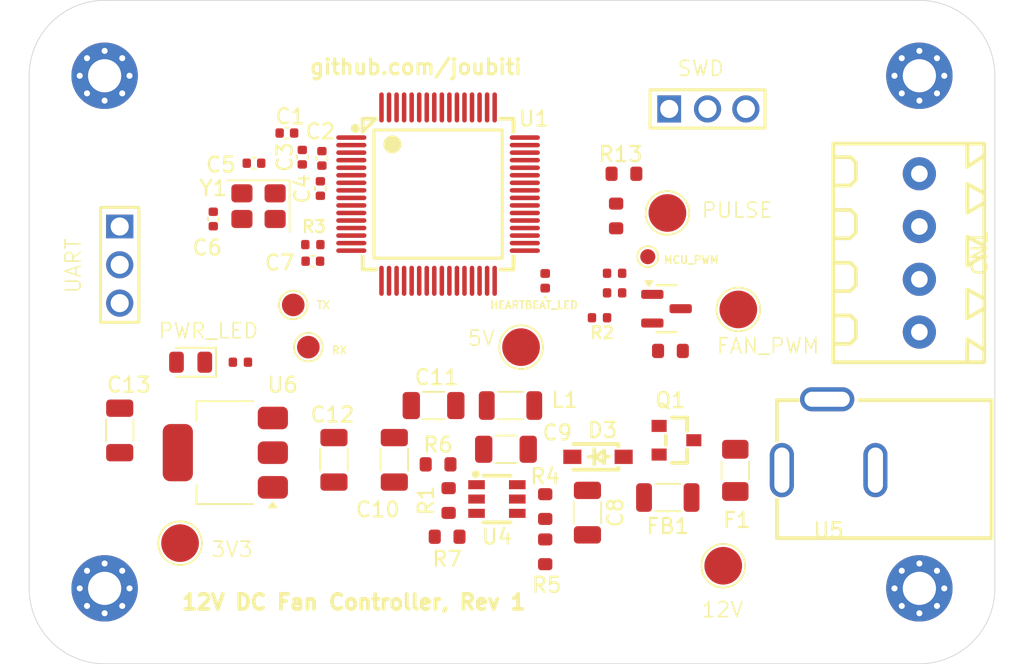
<source format=kicad_pcb>
(kicad_pcb (version 20241229) (generator "pcbnew") (generator_version "9.0")
  (layers (0 "F.Cu" signal) (2 "B.Cu" signal) (13 "F.Paste" user) (15 "B.Paste" user) (5 "F.SilkS" user "F.Silkscreen") (7 "B.SilkS" user "B.Silkscreen") (1 "F.Mask" user) (3 "B.Mask" user) (25 "Edge.Cuts" user))
  (net 0 "")
  (net 1 "VSS")
  (net 2 "OSC_IN")
  (net 3 "OSC_OUT")
  (net 4 "NRST")
  (net 5 "BUCK_IN")
  (net 6 "BUCK_BST")
  (net 7 "BUCK_SW")
  (net 8 "+5V")
  (net 9 "FAN_PWM_INPUT")
  (net 10 "FAN_PULSE_IN")
  (net 11 "+12V")
  (net 12 "Net-(D1-K)")
  (net 13 "HEARTBEAT_LED")
  (net 14 "Net-(D2-K)")
  (net 15 "Net-(Q1-D)")
  (net 16 "Net-(Q1-S)")
  (net 17 "Net-(Q2-G)")
  (net 18 "BUCK_FB")
  (net 19 "Net-(R1-Pad1)")
  (net 20 "BUCK_EN")
  (net 21 "MCU_PWM_OUTPUT")
  (net 22 "UART1_TX")
  (net 23 "UART1_RX")
  (net 49 "SWDIO")
  (net 50 "VREF")
  (net 52 "SWCLK")
  (net 77 "VDD")
  (footprint "Fuse:Fuse_1206_3216Metric" (layer "F.Cu") (at 170.8 89.175 90)
    (property "Reference" "F1" (at -3.3 0.1 180) (layer "F.SilkS"))
    (property "Value" "500mA")
    (fp_line (start -0.602064 -0.91) (end 0.602064 -0.91) (stroke (width 0.12)) (layer "F.SilkS"))
    (fp_line (start -0.602064 0.91) (end 0.602064 0.91) (stroke (width 0.12)) (layer "F.SilkS"))
    (pad "1" smd roundrect (at -1.4 0 90) (size 1.25 1.75) (layers "F.Cu" "F.Mask" "F.Paste") (roundrect_rratio 0.2) (net 11 "+12V"))
    (pad "2" smd roundrect (at 1.4 0 90) (size 1.25 1.75) (layers "F.Cu" "F.Mask" "F.Paste") (roundrect_rratio 0.2) (net 15 "Net-(Q1-D)"))
  )
  (footprint "Capacitor_SMD:C_1206_3216Metric" (layer "F.Cu") (at 161 91.975 -90)
    (property "Reference" "C8" (at 0 -1.85 90) (layer "F.SilkS"))
    (property "Value" "10u")
    (fp_line (start -0.711252 0.91) (end 0.711252 0.91) (stroke (width 0.12)) (layer "F.SilkS"))
    (fp_line (start -0.711252 -0.91) (end 0.711252 -0.91) (stroke (width 0.12)) (layer "F.SilkS"))
    (pad "1" smd roundrect (at -1.475 0 270) (size 1.15 1.8) (layers "F.Cu" "F.Mask" "F.Paste") (roundrect_rratio 0.217391) (net 5 "BUCK_IN"))
    (pad "2" smd roundrect (at 1.475 0 270) (size 1.15 1.8) (layers "F.Cu" "F.Mask" "F.Paste") (roundrect_rratio 0.217391) (net 1 "VSS"))
  )
  (footprint "TestPoint:TestPoint_Pad_D2.5mm" (layer "F.Cu") (at 170 95.5)
    (property "Reference" "TP1")
    (property "Value" "TestPoint")
    (fp_circle (center 0 0) (end 0 1.45) (stroke (width 0.12)) (fill no) (layer "F.SilkS"))
    (pad "1" smd circle (at 0 0) (size 2.5 2.5) (layers "F.Cu" "F.Mask") (net 11 "+12V"))
  )
  (footprint "LED_SMD:LED_0402_1005Metric" (layer "F.Cu") (at 158.2 76.6 90)
    (property "Reference" "D2")
    (property "Value" "LED")
    (fp_circle (center -1.09 0) (end -1.04 0) (stroke (width 0.1)) (fill no) (layer "F.SilkS"))
    (pad "1" smd roundrect (at -0.485 0 90) (size 0.59 0.64) (layers "F.Cu" "F.Mask" "F.Paste") (net 14 "Net-(D2-K)"))
    (pad "2" smd roundrect (at 0.485 0 90) (size 0.59 0.64) (layers "F.Cu" "F.Mask" "F.Paste") (net 13 "HEARTBEAT_LED"))
  )
  (footprint "PCM_JLCPCB:R_0603" (layer "F.Cu") (at 162.9 72.3 -90)
    (property "Reference" "R9" (hide yes))
    (property "Value" "10k")
    (pad "1" smd roundrect (at -0.82 0 270) (size 0.8 0.95) (layers "F.Cu" "F.Mask" "F.Paste") (net 77 "VDD"))
    (pad "2" smd roundrect (at 0.82 0 270) (size 0.8 0.95) (layers "F.Cu" "F.Mask" "F.Paste") (net 10 "FAN_PULSE_IN"))
  )
  (footprint "MountingHole:MountingHole_2.2mm_M2_Pad_Via" (layer "F.Cu") (at 183 63)
    (property "Reference" "H2")
    (property "Value" "MountingHole_Pad")
    (pad "1" thru_hole circle (at -1.65 0) (size 0.7 0.7) (drill 0.4) (layers "*.Cu" "*.Mask") (net 1 "VSS"))
    (pad "1" thru_hole circle (at -1.166726 -1.166726) (size 0.7 0.7) (drill 0.4) (layers "*.Cu" "*.Mask") (net 1 "VSS"))
    (pad "1" thru_hole circle (at -1.166726 1.166726) (size 0.7 0.7) (drill 0.4) (layers "*.Cu" "*.Mask") (net 1 "VSS"))
    (pad "1" thru_hole circle (at 0 -1.65) (size 0.7 0.7) (drill 0.4) (layers "*.Cu" "*.Mask") (net 1 "VSS"))
    (pad "1" thru_hole circle (at 0 0) (size 4.4 4.4) (drill 2.2) (layers "*.Cu" "*.Mask") (net 1 "VSS"))
    (pad "1" thru_hole circle (at 0 1.65) (size 0.7 0.7) (drill 0.4) (layers "*.Cu" "*.Mask") (net 1 "VSS"))
    (pad "1" thru_hole circle (at 1.166726 -1.166726) (size 0.7 0.7) (drill 0.4) (layers "*.Cu" "*.Mask") (net 1 "VSS"))
    (pad "1" thru_hole circle (at 1.166726 1.166726) (size 0.7 0.7) (drill 0.4) (layers "*.Cu" "*.Mask") (net 1 "VSS"))
    (pad "1" thru_hole circle (at 1.65 0) (size 0.7 0.7) (drill 0.4) (layers "*.Cu" "*.Mask") (net 1 "VSS"))
  )
  (footprint "TestPoint:TestPoint_Pad_D1.5mm" (layer "F.Cu") (at 141.5 78.2)
    (property "Reference" "TP7")
    (property "Value" "TestPoint")
    (fp_circle (center 0 0) (end 0 0.95) (stroke (width 0.12)) (fill no) (layer "F.SilkS"))
    (pad "1" smd circle (at 0 0) (size 1.5 1.5) (layers "F.Cu" "F.Mask") (net 22 "UART1_TX"))
  )
  (footprint "TestPoint:TestPoint_Pad_D1.0mm" (layer "F.Cu") (at 165 75)
    (property "Reference" "TP4")
    (property "Value" "TestPoint")
    (fp_circle (center 0 0) (end 0 0.7) (stroke (width 0.12)) (fill no) (layer "F.SilkS"))
    (pad "1" smd circle (at 0 0) (size 1 1) (layers "F.Cu" "F.Mask") (net 21 "MCU_PWM_OUTPUT"))
  )
  (footprint "easyeda2kicad:CONN-TH_4P-P3.50_DIBO_DB127S-3.5-4P-GN" (layer "F.Cu") (at 183 74.75 -90)
    (property "Reference" "CN1" (at 0 -4 90) (layer "F.SilkS"))
    (property "Value" "DB127S-3.5-4P-GN")
    (fp_line (start -6.35 5.71) (end -6.35 4.59) (stroke (width 0.25)) (layer "F.SilkS"))
    (fp_line (start -2.85 5.71) (end -2.85 4.59) (stroke (width 0.25)) (layer "F.SilkS"))
    (fp_line (start 0.65 5.71) (end 0.65 4.59) (stroke (width 0.25)) (layer "F.SilkS"))
    (fp_line (start 4.15 5.71) (end 4.15 4.59) (stroke (width 0.25)) (layer "F.SilkS"))
    (fp_line (start -7.25 5.7) (end 7.25 5.7) (stroke (width 0.25)) (layer "F.SilkS"))
    (fp_line (start 7.25 5.7) (end 7.25 -4.3) (stroke (width 0.25)) (layer "F.SilkS"))
    (fp_line (start -6.35 4.59) (end -6.35 4.56) (stroke (width 0.25)) (layer "F.SilkS"))
    (fp_line (start -4.47 4.59) (end -4.47 5.71) (stroke (width 0.25)) (layer "F.SilkS"))
    (fp_line (start -2.85 4.59) (end -2.85 4.56) (stroke (width 0.25)) (layer "F.SilkS"))
    (fp_line (start -0.97 4.59) (end -0.97 5.71) (stroke (width 0.25)) (layer "F.SilkS"))
    (fp_line (start 0.65 4.59) (end 0.65 4.56) (stroke (width 0.25)) (layer "F.SilkS"))
    (fp_line (start 2.53 4.59) (end 2.53 5.71) (stroke (width 0.25)) (layer "F.SilkS"))
    (fp_line (start 4.15 4.59) (end 4.15 4.56) (stroke (width 0.25)) (layer "F.SilkS"))
    (fp_line (start 6.03 4.59) (end 6.03 5.71) (stroke (width 0.25)) (layer "F.SilkS"))
    (fp_line (start -6.35 4.56) (end -5.99 4.21) (stroke (width 0.25)) (layer "F.SilkS"))
    (fp_line (start -2.85 4.56) (end -2.49 4.21) (stroke (width 0.25)) (layer "F.SilkS"))
    (fp_line (start 0.65 4.56) (end 1.01 4.21) (stroke (width 0.25)) (layer "F.SilkS"))
    (fp_line (start 4.15 4.56) (end 4.51 4.21) (stroke (width 0.25)) (layer "F.SilkS"))
    (fp_line (start -5.99 4.21) (end -4.85 4.21) (stroke (width 0.25)) (layer "F.SilkS"))
    (fp_line (start -4.85 4.21) (end -4.47 4.59) (stroke (width 0.25)) (layer "F.SilkS"))
    (fp_line (start -2.49 4.21) (end -1.35 4.21) (stroke (width 0.25)) (layer "F.SilkS"))
    (fp_line (start -1.35 4.21) (end -0.97 4.59) (stroke (width 0.25)) (layer "F.SilkS"))
    (fp_line (start 1.01 4.21) (end 2.15 4.21) (stroke (width 0.25)) (layer "F.SilkS"))
    (fp_line (start 2.15 4.21) (end 2.53 4.59) (stroke (width 0.25)) (layer "F.SilkS"))
    (fp_line (start 4.51 4.21) (end 5.65 4.21) (stroke (width 0.25)) (layer "F.SilkS"))
    (fp_line (start 5.65 4.21) (end 6.03 4.59) (stroke (width 0.25)) (layer "F.SilkS"))
    (fp_line (start -5.71 -3.18) (end -7.25 -3.18) (stroke (width 0.25)) (layer "F.SilkS"))
    (fp_line (start -4.57 -3.18) (end -2.67 -3.18) (stroke (width 0.25)) (layer "F.SilkS"))
    (fp_line (start -2.67 -3.18) (end -3.33 -4.3) (stroke (width 0.25)) (layer "F.SilkS"))
    (fp_line (start -1.07 -3.18) (end 0.83 -3.18) (stroke (width 0.25)) (layer "F.SilkS"))
    (fp_line (start 0.83 -3.18) (end 0.17 -4.3) (stroke (width 0.25)) (layer "F.SilkS"))
    (fp_line (start 2.43 -3.18) (end 4.33 -3.18) (stroke (width 0.25)) (layer "F.SilkS"))
    (fp_line (start 4.33 -3.18) (end 3.67 -4.3) (stroke (width 0.25)) (layer "F.SilkS"))
    (fp_line (start 5.72 -3.18) (end 7.25 -3.16) (stroke (width 0.25)) (layer "F.SilkS"))
    (fp_line (start -7.25 -4.3) (end -7.25 5.7) (stroke (width 0.25)) (layer "F.SilkS"))
    (fp_line (start -7.25 -4.3) (end 7.25 -4.3) (stroke (width 0.25)) (layer "F.SilkS"))
    (fp_line (start -6.54 -4.3) (end -6.46 -4.3) (stroke (width 0.25)) (layer "F.SilkS"))
    (fp_line (start -6.46 -4.3) (end -5.71 -3.18) (stroke (width 0.25)) (layer "F.SilkS"))
    (fp_line (start -3.96 -4.3) (end -4.57 -3.18) (stroke (width 0.25)) (layer "F.SilkS"))
    (fp_line (start -0.46 -4.3) (end -1.07 -3.18) (stroke (width 0.25)) (layer "F.SilkS"))
    (fp_line (start 3.04 -4.3) (end 2.43 -3.18) (stroke (width 0.25)) (layer "F.SilkS"))
    (fp_line (start 6.46 -4.3) (end 5.72 -3.18) (stroke (width 0.25)) (layer "F.SilkS"))
    (pad "1" thru_hole circle (at -5.25 0 270) (size 2.2 2.2) (drill 1.100023) (layers "*.Cu" "*.Mask") (net 10 "FAN_PULSE_IN"))
    (pad "2" thru_hole circle (at -1.75 0 270) (size 2.2 2.2) (drill 1.100023) (layers "*.Cu" "*.Mask") (net 9 "FAN_PWM_INPUT"))
    (pad "3" thru_hole circle (at 1.75 0 270) (size 2.2 2.2) (drill 1.100023) (layers "*.Cu" "*.Mask") (net 1 "VSS"))
    (pad "4" thru_hole circle (at 5.25 0 270) (size 2.2 2.2) (drill 1.100023) (layers "*.Cu" "*.Mask") (net 11 "+12V"))
  )
  (footprint "Capacitor_SMD:C_1206_3216Metric" (layer "F.Cu") (at 130 86.525 90)
    (property "Reference" "C13" (at 3.025 0.6 180) (layer "F.SilkS"))
    (property "Value" "10u")
    (fp_line (start -0.711252 -0.91) (end 0.711252 -0.91) (stroke (width 0.12)) (layer "F.SilkS"))
    (fp_line (start -0.711252 0.91) (end 0.711252 0.91) (stroke (width 0.12)) (layer "F.SilkS"))
    (pad "1" smd roundrect (at -1.475 0 90) (size 1.15 1.8) (layers "F.Cu" "F.Mask" "F.Paste") (roundrect_rratio 0.217391) (net 77 "VDD"))
    (pad "2" smd roundrect (at 1.475 0 90) (size 1.15 1.8) (layers "F.Cu" "F.Mask" "F.Paste") (roundrect_rratio 0.217391) (net 1 "VSS"))
  )
  (footprint "PCM_JLCPCB:R_0402" (layer "F.Cu") (at 161.8 79.05)
    (property "Reference" "R2" (at -0.7 1 0) (layer "F.SilkS") (effects (font (size 0.8 0.8)) (justify left)))
    (property "Value" "1k" (hide yes))
    (pad "1" smd roundrect (at -0.5 0) (size 0.56 0.62) (layers "F.Cu" "F.Mask" "F.Paste") (net 14 "Net-(D2-K)"))
    (pad "2" smd roundrect (at 0.5 0) (size 0.56 0.62) (layers "F.Cu" "F.Mask" "F.Paste") (net 1 "VSS"))
  )
  (footprint "Capacitor_SMD:C_0402_1005Metric" (layer "F.Cu") (at 143.4 68.48 90)
    (property "Reference" "C2" (at 1.78 -0.1 180) (layer "F.SilkS"))
    (property "Value" "100n")
    (fp_line (start -0.107836 -0.36) (end 0.107836 -0.36) (stroke (width 0.12)) (layer "F.SilkS"))
    (fp_line (start -0.107836 0.36) (end 0.107836 0.36) (stroke (width 0.12)) (layer "F.SilkS"))
    (pad "1" smd roundrect (at -0.48 0 90) (size 0.56 0.62) (layers "F.Cu" "F.Mask" "F.Paste") (net 77 "VDD"))
    (pad "2" smd roundrect (at 0.48 0 90) (size 0.56 0.62) (layers "F.Cu" "F.Mask" "F.Paste") (net 1 "VSS"))
  )
  (footprint "easyeda2kicad:SOT-23_L2.9-W1.3-P1.90-LS2.4-BR" (layer "F.Cu") (at 166.9 87.175 180)
    (property "Reference" "Q1" (at 0.4 2.65 0) (layer "F.SilkS"))
    (property "Value" "AO3401A")
    (fp_line (start 0.7 0.31) (end 0.7 -0.32) (stroke (width 0.25)) (layer "F.SilkS"))
    (fp_line (start -0.7 1.5) (end 0.3 1.5) (stroke (width 0.25)) (layer "F.SilkS"))
    (fp_line (start -0.7 1.5) (end -0.7 0.63) (stroke (width 0.25)) (layer "F.SilkS"))
    (fp_line (start -0.7 -0.64) (end -0.7 -1.5) (stroke (width 0.25)) (layer "F.SilkS"))
    (fp_line (start -0.7 -1.5) (end 0.3 -1.5) (stroke (width 0.25)) (layer "F.SilkS"))
    (pad "1" smd rect (at 1.15 0.95) (size 1 0.8) (layers "F.Cu" "F.Mask" "F.Paste") (net 1 "VSS"))
    (pad "2" smd rect (at 1.15 -0.95) (size 1 0.8) (layers "F.Cu" "F.Mask" "F.Paste") (net 16 "Net-(Q1-S)"))
    (pad "3" smd rect (at -1.15 0) (size 1 0.8) (layers "F.Cu" "F.Mask" "F.Paste") (net 15 "Net-(Q1-D)"))
  )
  (footprint "easyeda2kicad:LQFP-64_L10.0-W10.0-P0.50-LS12.0-BL" (layer "F.Cu") (at 151.1 70.85 -90)
    (property "Reference" "U1" (at -5 -6.35 180) (layer "F.SilkS"))
    (property "Value" "STM32G070RBT6")
    (fp_line (start -5 5) (end -5 4.13) (stroke (width 0.25)) (layer "F.SilkS"))
    (fp_line (start -4.13 5) (end -5 5) (stroke (width 0.25)) (layer "F.SilkS"))
    (fp_line (start 5 5) (end 4.13 5) (stroke (width 0.25)) (layer "F.SilkS"))
    (fp_line (start -4.25 4.25) (end 4.25 4.25) (stroke (width 0.2)) (layer "F.SilkS"))
    (fp_line (start 4.25 4.25) (end 4.25 -4.25) (stroke (width 0.2)) (layer "F.SilkS"))
    (fp_line (start -5 4.13) (end -4.13 5) (stroke (width 0.25)) (layer "F.SilkS"))
    (fp_line (start -5 4.13) (end -5 4.13) (stroke (width 0.25)) (layer "F.SilkS"))
    (fp_line (start 5 4.13) (end 5 5) (stroke (width 0.25)) (layer "F.SilkS"))
    (fp_line (start -5 -4.13) (end -5 -5) (stroke (width 0.25)) (layer "F.SilkS"))
    (fp_line (start -4.25 -4.25) (end -4.25 4.25) (stroke (width 0.2)) (layer "F.SilkS"))
    (fp_line (start 4.25 -4.25) (end -4.25 -4.25) (stroke (width 0.2)) (layer "F.SilkS"))
    (fp_line (start -5 -5) (end -4.13 -5) (stroke (width 0.25)) (layer "F.SilkS"))
    (fp_line (start 5 -5) (end 5 -4.13) (stroke (width 0.25)) (layer "F.SilkS"))
    (fp_line (start 5 -5) (end 4.13 -5) (stroke (width 0.25)) (layer "F.SilkS"))
    (fp_arc (start -4.36 5.49) (mid -4.36 5.49) (end -4.36 5.49) (stroke (width 0.3)) (layer "F.SilkS"))
    (fp_arc (start -3.3 3.03) (mid -3.3 3.03) (end -3.3 3.03) (stroke (width 0.6)) (layer "F.SilkS"))
    (pad "1" smd oval (at -3.75 5.75 270) (size 0.3 2) (layers "F.Cu" "F.Mask" "F.Paste"))
    (pad "2" smd oval (at -3.25 5.75 270) (size 0.3 2) (layers "F.Cu" "F.Mask" "F.Paste"))
    (pad "3" smd oval (at -2.75 5.75 270) (size 0.3 2) (layers "F.Cu" "F.Mask" "F.Paste"))
    (pad "4" smd oval (at -2.25 5.75 270) (size 0.3 2) (layers "F.Cu" "F.Mask" "F.Paste"))
    (pad "5" smd oval (at -1.75 5.75 270) (size 0.3 2) (layers "F.Cu" "F.Mask" "F.Paste"))
    (pad "6" smd oval (at -1.25 5.75 270) (size 0.3 2) (layers "F.Cu" "F.Mask" "F.Paste") (net 77 "VDD"))
    (pad "7" smd oval (at -0.75 5.75 270) (size 0.3 2) (layers "F.Cu" "F.Mask" "F.Paste") (net 50 "VREF"))
    (pad "8" smd oval (at -0.25 5.75 270) (size 0.3 2) (layers "F.Cu" "F.Mask" "F.Paste") (net 77 "VDD"))
    (pad "9" smd oval (at 0.25 5.75 270) (size 0.3 2) (layers "F.Cu" "F.Mask" "F.Paste") (net 1 "VSS"))
    (pad "10" smd oval (at 0.75 5.75 270) (size 0.3 2) (layers "F.Cu" "F.Mask" "F.Paste") (net 2 "OSC_IN"))
    (pad "11" smd oval (at 1.25 5.75 270) (size 0.3 2) (layers "F.Cu" "F.Mask" "F.Paste") (net 3 "OSC_OUT"))
    (pad "12" smd oval (at 1.75 5.75 270) (size 0.3 2) (layers "F.Cu" "F.Mask" "F.Paste") (net 4 "NRST"))
    (pad "13" smd oval (at 2.25 5.75 270) (size 0.3 2) (layers "F.Cu" "F.Mask" "F.Paste"))
    (pad "14" smd oval (at 2.75 5.75 270) (size 0.3 2) (layers "F.Cu" "F.Mask" "F.Paste"))
    (pad "15" smd oval (at 3.25 5.75 270) (size 0.3 2) (layers "F.Cu" "F.Mask" "F.Paste"))
    (pad "16" smd oval (at 3.75 5.75 270) (size 0.3 2) (layers "F.Cu" "F.Mask" "F.Paste"))
    (pad "17" smd oval (at 5.75 3.75 270) (size 2 0.3) (layers "F.Cu" "F.Mask" "F.Paste"))
    (pad "18" smd oval (at 5.75 3.25 270) (size 2 0.3) (layers "F.Cu" "F.Mask" "F.Paste"))
    (pad "19" smd oval (at 5.75 2.75 270) (size 2 0.3) (layers "F.Cu" "F.Mask" "F.Paste"))
    (pad "20" smd oval (at 5.75 2.25 270) (size 2 0.3) (layers "F.Cu" "F.Mask" "F.Paste"))
    (pad "21" smd oval (at 5.75 1.75 270) (size 2 0.3) (layers "F.Cu" "F.Mask" "F.Paste"))
    (pad "22" smd oval (at 5.75 1.25 270) (size 2 0.3) (layers "F.Cu" "F.Mask" "F.Paste"))
    (pad "23" smd oval (at 5.75 0.75 270) (size 2 0.3) (layers "F.Cu" "F.Mask" "F.Paste"))
    (pad "24" smd oval (at 5.75 0.25 270) (size 2 0.3) (layers "F.Cu" "F.Mask" "F.Paste"))
    (pad "25" smd oval (at 5.75 -0.25 270) (size 2 0.3) (layers "F.Cu" "F.Mask" "F.Paste") (net 22 "UART1_TX"))
    (pad "26" smd oval (at 5.75 -0.75 270) (size 2 0.3) (layers "F.Cu" "F.Mask" "F.Paste") (net 23 "UART1_RX"))
    (pad "27" smd oval (at 5.75 -1.25 270) (size 2 0.3) (layers "F.Cu" "F.Mask" "F.Paste"))
    (pad "28" smd oval (at 5.75 -1.75 270) (size 2 0.3) (layers "F.Cu" "F.Mask" "F.Paste"))
    (pad "29" smd oval (at 5.75 -2.25 270) (size 2 0.3) (layers "F.Cu" "F.Mask" "F.Paste"))
    (pad "30" smd oval (at 5.75 -2.75 270) (size 2 0.3) (layers "F.Cu" "F.Mask" "F.Paste"))
    (pad "31" smd oval (at 5.75 -3.25 270) (size 2 0.3) (layers "F.Cu" "F.Mask" "F.Paste"))
    (pad "32" smd oval (at 5.75 -3.75 270) (size 2 0.3) (layers "F.Cu" "F.Mask" "F.Paste"))
    (pad "33" smd oval (at 3.75 -5.75 270) (size 0.3 2) (layers "F.Cu" "F.Mask" "F.Paste") (net 13 "HEARTBEAT_LED"))
    (pad "34" smd oval (at 3.25 -5.75 270) (size 0.3 2) (layers "F.Cu" "F.Mask" "F.Paste"))
    (pad "35" smd oval (at 2.75 -5.75 270) (size 0.3 2) (layers "F.Cu" "F.Mask" "F.Paste"))
    (pad "36" smd oval (at 2.25 -5.75 270) (size 0.3 2) (layers "F.Cu" "F.Mask" "F.Paste") (net 21 "MCU_PWM_OUTPUT"))
    (pad "37" smd oval (at 1.75 -5.75 270) (size 0.3 2) (layers "F.Cu" "F.Mask" "F.Paste"))
    (pad "38" smd oval (at 1.25 -5.75 270) (size 0.3 2) (layers "F.Cu" "F.Mask" "F.Paste"))
    (pad "39" smd oval (at 0.75 -5.75 270) (size 0.3 2) (layers "F.Cu" "F.Mask" "F.Paste"))
    (pad "40" smd oval (at 0.25 -5.75 270) (size 0.3 2) (layers "F.Cu" "F.Mask" "F.Paste"))
    (pad "41" smd oval (at -0.25 -5.75 270) (size 0.3 2) (layers "F.Cu" "F.Mask" "F.Paste") (net 10 "FAN_PULSE_IN"))
    (pad "42" smd oval (at -0.75 -5.75 270) (size 0.3 2) (layers "F.Cu" "F.Mask" "F.Paste"))
    (pad "43" smd oval (at -1.25 -5.75 270) (size 0.3 2) (layers "F.Cu" "F.Mask" "F.Paste"))
    (pad "44" smd oval (at -1.75 -5.75 270) (size 0.3 2) (layers "F.Cu" "F.Mask" "F.Paste"))
    (pad "45" smd oval (at -2.25 -5.75 270) (size 0.3 2) (layers "F.Cu" "F.Mask" "F.Paste") (net 49 "SWDIO"))
    (pad "46" smd oval (at -2.75 -5.75 270) (size 0.3 2) (layers "F.Cu" "F.Mask" "F.Paste") (net 52 "SWCLK"))
    (pad "47" smd oval (at -3.25 -5.75 270) (size 0.3 2) (layers "F.Cu" "F.Mask" "F.Paste"))
    (pad "48" smd oval (at -3.75 -5.75 270) (size 0.3 2) (layers "F.Cu" "F.Mask" "F.Paste"))
    (pad "49" smd oval (at -5.75 -3.75 270) (size 2 0.3) (layers "F.Cu" "F.Mask" "F.Paste"))
    (pad "50" smd oval (at -5.75 -3.25 270) (size 2 0.3) (layers "F.Cu" "F.Mask" "F.Paste"))
    (pad "51" smd oval (at -5.75 -2.75 270) (size 2 0.3) (layers "F.Cu" "F.Mask" "F.Paste"))
    (pad "52" smd oval (at -5.75 -2.25 270) (size 2 0.3) (layers "F.Cu" "F.Mask" "F.Paste"))
    (pad "53" smd oval (at -5.75 -1.75 270) (size 2 0.3) (layers "F.Cu" "F.Mask" "F.Paste"))
    (pad "54" smd oval (at -5.75 -1.25 270) (size 2 0.3) (layers "F.Cu" "F.Mask" "F.Paste"))
    (pad "55" smd oval (at -5.75 -0.75 270) (size 2 0.3) (layers "F.Cu" "F.Mask" "F.Paste"))
    (pad "56" smd oval (at -5.75 -0.25 270) (size 2 0.3) (layers "F.Cu" "F.Mask" "F.Paste"))
    (pad "57" smd oval (at -5.75 0.25 270) (size 2 0.3) (layers "F.Cu" "F.Mask" "F.Paste"))
    (pad "58" smd oval (at -5.75 0.75 270) (size 2 0.3) (layers "F.Cu" "F.Mask" "F.Paste"))
    (pad "59" smd oval (at -5.75 1.25 270) (size 2 0.3) (layers "F.Cu" "F.Mask" "F.Paste"))
    (pad "60" smd oval (at -5.75 1.75 270) (size 2 0.3) (layers "F.Cu" "F.Mask" "F.Paste"))
    (pad "61" smd oval (at -5.75 2.25 270) (size 2 0.3) (layers "F.Cu" "F.Mask" "F.Paste"))
    (pad "62" smd oval (at -5.75 2.75 270) (size 2 0.3) (layers "F.Cu" "F.Mask" "F.Paste"))
    (pad "63" smd oval (at -5.75 3.25 270) (size 2 0.3) (layers "F.Cu" "F.Mask" "F.Paste"))
    (pad "64" smd oval (at -5.75 3.75 270) (size 2 0.3) (layers "F.Cu" "F.Mask" "F.Paste"))
  )
  (footprint "PCM_JLCPCB:R_0402" (layer "F.Cu") (at 142.8 74.2)
    (property "Reference" "R3" (at -0.8 -1.2 180) (layer "F.SilkS") (effects (font (size 0.8 0.8)) (justify left)))
    (property "Value" "10k" (hide yes))
    (pad "1" smd roundrect (at -0.5 0) (size 0.56 0.62) (layers "F.Cu" "F.Mask" "F.Paste") (net 77 "VDD"))
    (pad "2" smd roundrect (at 0.5 0) (size 0.56 0.62) (layers "F.Cu" "F.Mask" "F.Paste") (net 4 "NRST"))
  )
  (footprint "PCM_JLCPCB:R_0603" (layer "F.Cu") (at 158.2 94.575 -90)
    (property "Reference" "R5" (at 2.2 -0.1 180) (layer "F.SilkS"))
    (property "Value" "40k")
    (pad "1" smd roundrect (at -0.82 0 270) (size 0.8 0.95) (layers "F.Cu" "F.Mask" "F.Paste") (net 20 "BUCK_EN"))
    (pad "2" smd roundrect (at 0.82 0 270) (size 0.8 0.95) (layers "F.Cu" "F.Mask" "F.Paste") (net 1 "VSS"))
  )
  (footprint "TestPoint:TestPoint_Pad_D2.5mm" (layer "F.Cu") (at 166.3 72.1)
    (property "Reference" "TP6")
    (property "Value" "TestPoint")
    (fp_circle (center 0 0) (end 0 1.45) (stroke (width 0.12)) (fill no) (layer "F.SilkS"))
    (pad "1" smd circle (at 0 0) (size 2.5 2.5) (layers "F.Cu" "F.Mask") (net 10 "FAN_PULSE_IN"))
  )
  (footprint "Capacitor_SMD:C_1206_3216Metric" (layer "F.Cu") (at 144.2 88.475 90)
    (property "Reference" "C12" (at 3 -0.1 180) (layer "F.SilkS"))
    (property "Value" "10u")
    (fp_line (start -0.711252 -0.91) (end 0.711252 -0.91) (stroke (width 0.12)) (layer "F.SilkS"))
    (fp_line (start -0.711252 0.91) (end 0.711252 0.91) (stroke (width 0.12)) (layer "F.SilkS"))
    (pad "1" smd roundrect (at -1.475 0 90) (size 1.15 1.8) (layers "F.Cu" "F.Mask" "F.Paste") (roundrect_rratio 0.217391) (net 8 "+5V"))
    (pad "2" smd roundrect (at 1.475 0 90) (size 1.15 1.8) (layers "F.Cu" "F.Mask" "F.Paste") (roundrect_rratio 0.217391) (net 1 "VSS"))
  )
  (footprint "MountingHole:MountingHole_2.2mm_M2_Pad_Via" (layer "F.Cu") (at 129 97)
    (property "Reference" "H3")
    (property "Value" "MountingHole_Pad")
    (pad "1" thru_hole circle (at -1.65 0) (size 0.7 0.7) (drill 0.4) (layers "*.Cu" "*.Mask") (net 1 "VSS"))
    (pad "1" thru_hole circle (at -1.166726 -1.166726) (size 0.7 0.7) (drill 0.4) (layers "*.Cu" "*.Mask") (net 1 "VSS"))
    (pad "1" thru_hole circle (at -1.166726 1.166726) (size 0.7 0.7) (drill 0.4) (layers "*.Cu" "*.Mask") (net 1 "VSS"))
    (pad "1" thru_hole circle (at 0 -1.65) (size 0.7 0.7) (drill 0.4) (layers "*.Cu" "*.Mask") (net 1 "VSS"))
    (pad "1" thru_hole circle (at 0 0) (size 4.4 4.4) (drill 2.2) (layers "*.Cu" "*.Mask") (net 1 "VSS"))
    (pad "1" thru_hole circle (at 0 1.65) (size 0.7 0.7) (drill 0.4) (layers "*.Cu" "*.Mask") (net 1 "VSS"))
    (pad "1" thru_hole circle (at 1.166726 -1.166726) (size 0.7 0.7) (drill 0.4) (layers "*.Cu" "*.Mask") (net 1 "VSS"))
    (pad "1" thru_hole circle (at 1.166726 1.166726) (size 0.7 0.7) (drill 0.4) (layers "*.Cu" "*.Mask") (net 1 "VSS"))
    (pad "1" thru_hole circle (at 1.65 0) (size 0.7 0.7) (drill 0.4) (layers "*.Cu" "*.Mask") (net 1 "VSS"))
  )
  (footprint "Capacitor_SMD:C_0402_1005Metric" (layer "F.Cu") (at 138.9 68.8 180)
    (property "Reference" "C5" (at 2.2 -0.1 0) (layer "F.SilkS"))
    (property "Value" "10p")
    (fp_line (start -0.107836 0.36) (end 0.107836 0.36) (stroke (width 0.12)) (layer "F.SilkS"))
    (fp_line (start -0.107836 -0.36) (end 0.107836 -0.36) (stroke (width 0.12)) (layer "F.SilkS"))
    (pad "1" smd roundrect (at -0.48 0 180) (size 0.56 0.62) (layers "F.Cu" "F.Mask" "F.Paste") (net 2 "OSC_IN"))
    (pad "2" smd roundrect (at 0.48 0 180) (size 0.56 0.62) (layers "F.Cu" "F.Mask" "F.Paste") (net 1 "VSS"))
  )
  (footprint "easyeda2kicad:SOD-123_L2.7-W1.6-LS3.7-RD-1" (layer "F.Cu") (at 161.7 88.275)
    (property "Reference" "D3" (at 0.3 -1.775 0) (layer "F.SilkS"))
    (property "Value" "B5819W_C8598")
    (fp_line (start -1.64 -0.85) (end -1.64 -0.85) (stroke (width 0.25)) (layer "F.SilkS"))
    (fp_line (start -1.64 0.85) (end -1.64 0.85) (stroke (width 0.25)) (layer "F.SilkS"))
    (fp_line (start -1.35 -0.85) (end -1.64 -0.85) (stroke (width 0.25)) (layer "F.SilkS"))
    (fp_line (start -1.35 -0.85) (end 1.35 -0.85) (stroke (width 0.25)) (layer "F.SilkS"))
    (fp_line (start -1.35 0.85) (end -1.64 0.85) (stroke (width 0.25)) (layer "F.SilkS"))
    (fp_line (start -0.28 0) (end -0.61 0) (stroke (width 0.25)) (layer "F.SilkS"))
    (fp_line (start -0.25 -0.51) (end -0.25 0.51) (stroke (width 0.25)) (layer "F.SilkS"))
    (fp_line (start -0.18 0) (end 0.41 -0.41) (stroke (width 0.25)) (layer "F.SilkS"))
    (fp_line (start 0.41 -0.41) (end 0.41 0.41) (stroke (width 0.25)) (layer "F.SilkS"))
    (fp_line (start 0.41 0) (end 0.72 0) (stroke (width 0.25)) (layer "F.SilkS"))
    (fp_line (start 0.41 0.41) (end -0.18 0) (stroke (width 0.25)) (layer "F.SilkS"))
    (fp_line (start 1.35 -0.85) (end 1.35 -0.71) (stroke (width 0.25)) (layer "F.SilkS"))
    (fp_line (start 1.35 0.71) (end 1.35 0.85) (stroke (width 0.25)) (layer "F.SilkS"))
    (fp_line (start 1.35 0.85) (end -1.35 0.85) (stroke (width 0.25)) (layer "F.SilkS"))
    (pad "1" smd rect (at -1.7 0) (size 1.2 0.95) (layers "F.Cu" "F.Mask" "F.Paste") (net 7 "BUCK_SW"))
    (pad "2" smd rect (at 1.7 0) (size 1.2 0.95) (layers "F.Cu" "F.Mask" "F.Paste") (net 1 "VSS"))
  )
  (footprint "PCM_JLCPCB:R_0402" (layer "F.Cu") (at 162.8 76.1)
    (property "Reference" "R11" (hide yes))
    (property "Value" "10k" (hide yes))
    (pad "1" smd roundrect (at -0.5 0) (size 0.56 0.62) (layers "F.Cu" "F.Mask" "F.Paste") (net 21 "MCU_PWM_OUTPUT"))
    (pad "2" smd roundrect (at 0.5 0) (size 0.56 0.62) (layers "F.Cu" "F.Mask" "F.Paste") (net 1 "VSS"))
  )
  (footprint "MountingHole:MountingHole_2.2mm_M2_Pad_Via" (layer "F.Cu") (at 183 97)
    (property "Reference" "H4")
    (property "Value" "MountingHole_Pad")
    (pad "1" thru_hole circle (at -1.65 0) (size 0.7 0.7) (drill 0.4) (layers "*.Cu" "*.Mask") (net 1 "VSS"))
    (pad "1" thru_hole circle (at -1.166726 -1.166726) (size 0.7 0.7) (drill 0.4) (layers "*.Cu" "*.Mask") (net 1 "VSS"))
    (pad "1" thru_hole circle (at -1.166726 1.166726) (size 0.7 0.7) (drill 0.4) (layers "*.Cu" "*.Mask") (net 1 "VSS"))
    (pad "1" thru_hole circle (at 0 -1.65) (size 0.7 0.7) (drill 0.4) (layers "*.Cu" "*.Mask") (net 1 "VSS"))
    (pad "1" thru_hole circle (at 0 0) (size 4.4 4.4) (drill 2.2) (layers "*.Cu" "*.Mask") (net 1 "VSS"))
    (pad "1" thru_hole circle (at 0 1.65) (size 0.7 0.7) (drill 0.4) (layers "*.Cu" "*.Mask") (net 1 "VSS"))
    (pad "1" thru_hole circle (at 1.166726 -1.166726) (size 0.7 0.7) (drill 0.4) (layers "*.Cu" "*.Mask") (net 1 "VSS"))
    (pad "1" thru_hole circle (at 1.166726 1.166726) (size 0.7 0.7) (drill 0.4) (layers "*.Cu" "*.Mask") (net 1 "VSS"))
    (pad "1" thru_hole circle (at 1.65 0) (size 0.7 0.7) (drill 0.4) (layers "*.Cu" "*.Mask") (net 1 "VSS"))
  )
  (footprint "TestPoint:TestPoint_Pad_D2.5mm" (layer "F.Cu") (at 134 94)
    (property "Reference" "TP3")
    (property "Value" "TestPoint")
    (fp_circle (center 0 0) (end 0 1.45) (stroke (width 0.12)) (fill no) (layer "F.SilkS"))
    (pad "1" smd circle (at 0 0) (size 2.5 2.5) (layers "F.Cu" "F.Mask") (net 77 "VDD"))
  )
  (footprint "PCM_JLCPCB:R_0603" (layer "F.Cu") (at 151.7 93.575)
    (property "Reference" "R7" (at 0 1.475 0) (layer "F.SilkS"))
    (property "Value" "10k")
    (pad "1" smd roundrect (at -0.82 0) (size 0.8 0.95) (layers "F.Cu" "F.Mask" "F.Paste") (net 18 "BUCK_FB"))
    (pad "2" smd roundrect (at 0.82 0) (size 0.8 0.95) (layers "F.Cu" "F.Mask" "F.Paste") (net 1 "VSS"))
  )
  (footprint "PCM_JLCPCB:R_0402" (layer "F.Cu") (at 138 82 180)
    (property "Reference" "R8" (hide yes))
    (property "Value" "1k" (hide yes))
    (pad "1" smd roundrect (at -0.5 0 180) (size 0.56 0.62) (layers "F.Cu" "F.Mask" "F.Paste") (net 1 "VSS"))
    (pad "2" smd roundrect (at 0.5 0 180) (size 0.56 0.62) (layers "F.Cu" "F.Mask" "F.Paste") (net 12 "Net-(D1-K)"))
  )
  (footprint "PCM_JLCPCB:R_0603" (layer "F.Cu") (at 158.2 91.575 -90)
    (property "Reference" "R4" (at -2 0 180) (layer "F.SilkS"))
    (property "Value" "120k")
    (pad "1" smd roundrect (at -0.82 0 270) (size 0.8 0.95) (layers "F.Cu" "F.Mask" "F.Paste") (net 5 "BUCK_IN"))
    (pad "2" smd roundrect (at 0.82 0 270) (size 0.8 0.95) (layers "F.Cu" "F.Mask" "F.Paste") (net 20 "BUCK_EN"))
  )
  (footprint "easyeda2kicad:DC-IN-TH_XDJK-0051-025" (layer "F.Cu") (at 176.9875 86.8075 180)
    (property "Reference" "U5" (at 0 -6.35 0) (layer "F.SilkS"))
    (property "Value" "XDJK-0051-025")
    (fp_line (start 3.43 2.29) (end 3.43 -0.41) (stroke (width 0.25)) (layer "F.SilkS"))
    (fp_line (start 3.43 -4.29) (end 3.43 -6.86) (stroke (width 0.25)) (layer "F.SilkS"))
    (fp_line (start 3.43 -6.86) (end -10.8 -6.86) (stroke (width 0.25)) (layer "F.SilkS"))
    (fp_line (start 2.03 2.29) (end 3.43 2.29) (stroke (width 0.25)) (layer "F.SilkS"))
    (fp_line (start -10.8 2.29) (end -2.03 2.29) (stroke (width 0.25)) (layer "F.SilkS"))
    (fp_line (start -10.8 -6.86) (end -10.8 2.29) (stroke (width 0.25)) (layer "F.SilkS"))
    (pad "1" thru_hole oval (at 3.1 -2.35 180) (size 1.6 3.6) (drill oval 0.999998 2.999994) (layers "*.Cu" "*.Mask") (net 11 "+12V"))
    (pad "2" thru_hole oval (at -3.1 -2.35) (size 1.6 3.6) (drill oval 0.999998 2.999994) (layers "*.Cu" "*.Mask") (net 1 "VSS"))
    (pad "3" thru_hole oval (at 0.1 2.35) (size 3.6 1.6) (drill oval 2.999994 0.999998) (layers "*.Cu" "*.Mask") (net 1 "VSS"))
  )
  (footprint "Capacitor_SMD:C_0402_1005Metric" (layer "F.Cu") (at 142.1 68.4 90)
    (property "Reference" "C3" (at 0 -1.16 90) (layer "F.SilkS"))
    (property "Value" "100n")
    (fp_line (start -0.107836 -0.36) (end 0.107836 -0.36) (stroke (width 0.12)) (layer "F.SilkS"))
    (fp_line (start -0.107836 0.36) (end 0.107836 0.36) (stroke (width 0.12)) (layer "F.SilkS"))
    (pad "1" smd roundrect (at -0.48 0 90) (size 0.56 0.62) (layers "F.Cu" "F.Mask" "F.Paste") (net 77 "VDD"))
    (pad "2" smd roundrect (at 0.48 0 90) (size 0.56 0.62) (layers "F.Cu" "F.Mask" "F.Paste") (net 1 "VSS"))
  )
  (footprint "PCM_JLCPCB:Q_SOT-23" (layer "F.Cu") (at 166.24 78.45)
    (property "Reference" "Q2" (hide yes))
    (property "Value" "AO3400A")
    (fp_line (start 0 -1.56) (end -0.65 -1.56) (stroke (width 0.15)) (layer "F.SilkS"))
    (fp_line (start 0 -1.56) (end 0.65 -1.56) (stroke (width 0.15)) (layer "F.SilkS"))
    (fp_line (start 0 1.56) (end -0.65 1.56) (stroke (width 0.15)) (layer "F.SilkS"))
    (fp_line (start 0 1.56) (end 0.65 1.56) (stroke (width 0.15)) (layer "F.SilkS"))
    (fp_poly (pts (xy -1.1625 -1.51) (xy -1.4025 -1.84) (xy -0.9225 -1.84) (xy -1.1625 -1.51)) (stroke (width 0.12)) (fill yes) (layer "F.SilkS"))
    (pad "1" smd roundrect (at -0.94 -0.95) (size 1.48 0.6) (layers "F.Cu" "F.Mask" "F.Paste") (net 17 "Net-(Q2-G)"))
    (pad "2" smd roundrect (at -0.94 0.95) (size 1.48 0.6) (layers "F.Cu" "F.Mask" "F.Paste") (net 1 "VSS"))
    (pad "3" smd roundrect (at 0.94 0) (size 1.48 0.6) (layers "F.Cu" "F.Mask" "F.Paste") (net 9 "FAN_PWM_INPUT"))
  )
  (footprint "PCM_JLCPCB:R_0402" (layer "F.Cu") (at 162.8 77.4)
    (property "Reference" "R12" (hide yes))
    (property "Value" "100" (hide yes))
    (pad "1" smd roundrect (at -0.5 0) (size 0.56 0.62) (layers "F.Cu" "F.Mask" "F.Paste") (net 21 "MCU_PWM_OUTPUT"))
    (pad "2" smd roundrect (at 0.5 0) (size 0.56 0.62) (layers "F.Cu" "F.Mask" "F.Paste") (net 17 "Net-(Q2-G)"))
  )
  (footprint "LED_SMD:LED_0805_2012Metric" (layer "F.Cu") (at 134.7 82 180)
    (property "Reference" "D1")
    (property "Value" "LED")
    (fp_line (start 1 -0.96) (end -1.685 -0.96) (stroke (width 0.12)) (layer "F.SilkS"))
    (fp_line (start -1.685 0.96) (end 1 0.96) (stroke (width 0.12)) (layer "F.SilkS"))
    (fp_line (start -1.685 -0.96) (end -1.685 0.96) (stroke (width 0.12)) (layer "F.SilkS"))
    (pad "1" smd roundrect (at -0.9375 0 180) (size 0.975 1.4) (layers "F.Cu" "F.Mask" "F.Paste") (net 12 "Net-(D1-K)"))
    (pad "2" smd roundrect (at 0.9375 0 180) (size 0.975 1.4) (layers "F.Cu" "F.Mask" "F.Paste") (net 77 "VDD"))
  )
  (footprint "Capacitor_SMD:C_1206_3216Metric" (layer "F.Cu") (at 148.2 88.475 90)
    (property "Reference" "C10" (at -3.3 -1.1 180) (layer "F.SilkS"))
    (property "Value" "10u")
    (fp_line (start -0.711252 -0.91) (end 0.711252 -0.91) (stroke (width 0.12)) (layer "F.SilkS"))
    (fp_line (start -0.711252 0.91) (end 0.711252 0.91) (stroke (width 0.12)) (layer "F.SilkS"))
    (pad "1" smd roundrect (at -1.475 0 90) (size 1.15 1.8) (layers "F.Cu" "F.Mask" "F.Paste") (roundrect_rratio 0.217391) (net 8 "+5V"))
    (pad "2" smd roundrect (at 1.475 0 90) (size 1.15 1.8) (layers "F.Cu" "F.Mask" "F.Paste") (roundrect_rratio 0.217391) (net 1 "VSS"))
  )
  (footprint "MountingHole:MountingHole_2.2mm_M2_Pad_Via" (layer "F.Cu") (at 129 63)
    (property "Reference" "H1")
    (property "Value" "MountingHole_Pad")
    (pad "1" thru_hole circle (at -1.65 0) (size 0.7 0.7) (drill 0.4) (layers "*.Cu" "*.Mask") (net 1 "VSS"))
    (pad "1" thru_hole circle (at -1.166726 -1.166726) (size 0.7 0.7) (drill 0.4) (layers "*.Cu" "*.Mask") (net 1 "VSS"))
    (pad "1" thru_hole circle (at -1.166726 1.166726) (size 0.7 0.7) (drill 0.4) (layers "*.Cu" "*.Mask") (net 1 "VSS"))
    (pad "1" thru_hole circle (at 0 -1.65) (size 0.7 0.7) (drill 0.4) (layers "*.Cu" "*.Mask") (net 1 "VSS"))
    (pad "1" thru_hole circle (at 0 0) (size 4.4 4.4) (drill 2.2) (layers "*.Cu" "*.Mask") (net 1 "VSS"))
    (pad "1" thru_hole circle (at 0 1.65) (size 0.7 0.7) (drill 0.4) (layers "*.Cu" "*.Mask") (net 1 "VSS"))
    (pad "1" thru_hole circle (at 1.166726 -1.166726) (size 0.7 0.7) (drill 0.4) (layers "*.Cu" "*.Mask") (net 1 "VSS"))
    (pad "1" thru_hole circle (at 1.166726 1.166726) (size 0.7 0.7) (drill 0.4) (layers "*.Cu" "*.Mask") (net 1 "VSS"))
    (pad "1" thru_hole circle (at 1.65 0) (size 0.7 0.7) (drill 0.4) (layers "*.Cu" "*.Mask") (net 1 "VSS"))
  )
  (footprint "Inductor_SMD:L_1206_3216Metric" (layer "F.Cu") (at 166.325 90.975 180)
    (property "Reference" "FB1" (at 0 -1.9 0) (layer "F.SilkS"))
    (property "Value" "600 @ 600 MHz")
    (fp_line (start -0.835242 0.91) (end 0.835242 0.91) (stroke (width 0.12)) (layer "F.SilkS"))
    (fp_line (start -0.835242 -0.91) (end 0.835242 -0.91) (stroke (width 0.12)) (layer "F.SilkS"))
    (pad "1" smd roundrect (at -1.575 0 180) (size 1.05 1.9) (layers "F.Cu" "F.Mask" "F.Paste") (roundrect_rratio 0.238095) (net 16 "Net-(Q1-S)"))
    (pad "2" smd roundrect (at 1.575 0 180) (size 1.05 1.9) (layers "F.Cu" "F.Mask" "F.Paste") (roundrect_rratio 0.238095) (net 5 "BUCK_IN"))
  )
  (footprint "PCM_JLCPCB:R_0603" (layer "F.Cu") (at 151.1 88.775)
    (property "Reference" "R6" (at 0 -1.3 0) (layer "F.SilkS"))
    (property "Value" "47k")
    (pad "1" smd roundrect (at -0.82 0) (size 0.8 0.95) (layers "F.Cu" "F.Mask" "F.Paste") (net 8 "+5V"))
    (pad "2" smd roundrect (at 0.82 0) (size 0.8 0.95) (layers "F.Cu" "F.Mask" "F.Paste") (net 19 "Net-(R1-Pad1)"))
  )
  (footprint "Capacitor_SMD:C_0402_1005Metric" (layer "F.Cu") (at 136.2 72.5 90)
    (property "Reference" "C6" (at -1.9 -0.4 180) (layer "F.SilkS"))
    (property "Value" "10p")
    (fp_line (start -0.107836 -0.36) (end 0.107836 -0.36) (stroke (width 0.12)) (layer "F.SilkS"))
    (fp_line (start -0.107836 0.36) (end 0.107836 0.36) (stroke (width 0.12)) (layer "F.SilkS"))
    (pad "1" smd roundrect (at -0.48 0 90) (size 0.56 0.62) (layers "F.Cu" "F.Mask" "F.Paste") (net 3 "OSC_OUT"))
    (pad "2" smd roundrect (at 0.48 0 90) (size 0.56 0.62) (layers "F.Cu" "F.Mask" "F.Paste") (net 1 "VSS"))
  )
  (footprint "Inductor_SMD:L_1206_3216Metric" (layer "F.Cu") (at 155.9 84.875 180)
    (property "Reference" "L1" (at -3.6 0.375 0) (layer "F.SilkS"))
    (property "Value" "10u")
    (fp_line (start -0.835242 0.91) (end 0.835242 0.91) (stroke (width 0.12)) (layer "F.SilkS"))
    (fp_line (start -0.835242 -0.91) (end 0.835242 -0.91) (stroke (width 0.12)) (layer "F.SilkS"))
    (pad "1" smd roundrect (at -1.575 0 180) (size 1.05 1.9) (layers "F.Cu" "F.Mask" "F.Paste") (roundrect_rratio 0.238095) (net 7 "BUCK_SW"))
    (pad "2" smd roundrect (at 1.575 0 180) (size 1.05 1.9) (layers "F.Cu" "F.Mask" "F.Paste") (roundrect_rratio 0.238095) (net 8 "+5V"))
  )
  (footprint "Capacitor_SMD:C_0402_1005Metric" (layer "F.Cu") (at 141.08 66.8)
    (property "Reference" "C1" (at 0.22 -1.1 180) (layer "F.SilkS"))
    (property "Value" "100n")
    (fp_line (start -0.107836 -0.36) (end 0.107836 -0.36) (stroke (width 0.12)) (layer "F.SilkS"))
    (fp_line (start -0.107836 0.36) (end 0.107836 0.36) (stroke (width 0.12)) (layer "F.SilkS"))
    (pad "1" smd roundrect (at -0.48 0) (size 0.56 0.62) (layers "F.Cu" "F.Mask" "F.Paste") (net 77 "VDD"))
    (pad "2" smd roundrect (at 0.48 0) (size 0.56 0.62) (layers "F.Cu" "F.Mask" "F.Paste") (net 1 "VSS"))
  )
  (footprint "easyeda2kicad:HDR-TH_3P-P2.54-V-M-1" (layer "F.Cu") (at 168.96 65.2)
    (property "Reference" "U2")
    (property "Value" "826629-3")
    (fp_line (start -3.81 -1.27) (end -3.81 1.27) (stroke (width 0.2)) (layer "F.SilkS"))
    (fp_line (start -3.81 1.27) (end 3.81 1.27) (stroke (width 0.2)) (layer "F.SilkS"))
    (fp_line (start -1.9 -1.27) (end -3.81 -1.27) (stroke (width 0.2)) (layer "F.SilkS"))
    (fp_line (start 3.81 -1.27) (end -1.9 -1.27) (stroke (width 0.2)) (layer "F.SilkS"))
    (fp_line (start 3.81 1.27) (end 3.81 -1.27) (stroke (width 0.2)) (layer "F.SilkS"))
    (pad "1" thru_hole rect (at -2.54 0) (size 1.57 1.8) (drill 1.199998) (layers "*.Cu" "*.Mask") (net 52 "SWCLK"))
    (pad "2" thru_hole circle (at 0 0) (size 1.8 1.8) (drill 1.199998) (layers "*.Cu" "*.Mask") (net 49 "SWDIO"))
    (pad "3" thru_hole circle (at 2.54 0) (size 1.8 1.8) (drill 1.199998) (layers "*.Cu" "*.Mask") (net 1 "VSS"))
  )
  (footprint "easyeda2kicad:SOT-23-6_L2.9-W1.6-P0.95-LS2.8-BR" (layer "F.Cu") (at 155 91.075 180)
    (property "Reference" "U4" (at 0 -2.5 0) (layer "F.SilkS"))
    (property "Value" "MP2359DT-LF-Z")
    (fp_line (start -0.9 1.55) (end 0.9 1.55) (stroke (width 0.25)) (layer "F.SilkS"))
    (fp_line (start -0.9 -1.55) (end 0.9 -1.55) (stroke (width 0.25)) (layer "F.SilkS"))
    (fp_circle (center 1.4 1.65) (end 1.53 1.65) (stroke (width 0.25)) (fill no) (layer "F.SilkS"))
    (pad "1" smd rect (at 1.35 0.95 180) (size 1.1 0.6) (layers "F.Cu" "F.Mask" "F.Paste") (net 6 "BUCK_BST"))
    (pad "2" smd rect (at 1.35 0 180) (size 1.1 0.6) (layers "F.Cu" "F.Mask" "F.Paste") (net 1 "VSS"))
    (pad "3" smd rect (at 1.35 -0.95 180) (size 1.1 0.6) (layers "F.Cu" "F.Mask" "F.Paste") (net 18 "BUCK_FB"))
    (pad "4" smd rect (at -1.35 -0.95 180) (size 1.1 0.6) (layers "F.Cu" "F.Mask" "F.Paste") (net 20 "BUCK_EN"))
    (pad "5" smd rect (at -1.35 0 180) (size 1.1 0.6) (layers "F.Cu" "F.Mask" "F.Paste") (net 5 "BUCK_IN"))
    (pad "6" smd rect (at -1.35 0.95 180) (size 1.1 0.6) (layers "F.Cu" "F.Mask" "F.Paste") (net 7 "BUCK_SW"))
  )
  (footprint "PCM_JLCPCB:R_0603" (layer "F.Cu") (at 151.8 91.175 -90)
    (property "Reference" "R1" (at 0 1.5 90) (layer "F.SilkS"))
    (property "Value" "3k")
    (pad "1" smd roundrect (at -0.82 0 270) (size 0.8 0.95) (layers "F.Cu" "F.Mask" "F.Paste") (net 19 "Net-(R1-Pad1)"))
    (pad "2" smd roundrect (at 0.82 0 270) (size 0.8 0.95) (layers "F.Cu" "F.Mask" "F.Paste") (net 18 "BUCK_FB"))
  )
  (footprint "Crystal:Crystal_SMD_3225-4Pin_3.2x2.5mm" (layer "F.Cu") (at 139.2 71.65 180)
    (property "Reference" "Y1" (at 3 1.2 0) (layer "F.SilkS"))
    (property "Value" "Crystal_GND24")
    (fp_line (start -2.06 1.71) (end 2.06 1.71) (stroke (width 0.12)) (layer "F.SilkS"))
    (fp_line (start -2.06 -1.71) (end -2.06 1.71) (stroke (width 0.12)) (layer "F.SilkS"))
    (pad "1" smd roundrect (at -1.1 0.85 180) (size 1.4 1.2) (layers "F.Cu" "F.Mask" "F.Paste") (roundrect_rratio 0.208333) (net 2 "OSC_IN"))
    (pad "2" smd roundrect (at 1.1 0.85 180) (size 1.4 1.2) (layers "F.Cu" "F.Mask" "F.Paste") (roundrect_rratio 0.208333) (net 1 "VSS"))
    (pad "3" smd roundrect (at 1.1 -0.85 180) (size 1.4 1.2) (layers "F.Cu" "F.Mask" "F.Paste") (roundrect_rratio 0.208333) (net 3 "OSC_OUT"))
    (pad "4" smd roundrect (at -1.1 -0.85 180) (size 1.4 1.2) (layers "F.Cu" "F.Mask" "F.Paste") (roundrect_rratio 0.208333) (net 1 "VSS"))
  )
  (footprint "Capacitor_SMD:C_0402_1005Metric" (layer "F.Cu") (at 143.3 70.48 -90)
    (property "Reference" "C4" (at 0.02 1.2 270) (layer "F.SilkS"))
    (property "Value" "4.7u")
    (fp_line (start -0.107836 0.36) (end 0.107836 0.36) (stroke (width 0.12)) (layer "F.SilkS"))
    (fp_line (start -0.107836 -0.36) (end 0.107836 -0.36) (stroke (width 0.12)) (layer "F.SilkS"))
    (pad "1" smd roundrect (at -0.48 0 270) (size 0.56 0.62) (layers "F.Cu" "F.Mask" "F.Paste") (net 77 "VDD"))
    (pad "2" smd roundrect (at 0.48 0 270) (size 0.56 0.62) (layers "F.Cu" "F.Mask" "F.Paste") (net 1 "VSS"))
  )
  (footprint "TestPoint:TestPoint_Pad_D2.5mm" (layer "F.Cu") (at 171 78.5)
    (property "Reference" "TP5")
    (property "Value" "TestPoint")
    (fp_circle (center 0 0) (end 0 1.45) (stroke (width 0.12)) (fill no) (layer "F.SilkS"))
    (pad "1" smd circle (at 0 0) (size 2.5 2.5) (layers "F.Cu" "F.Mask") (net 9 "FAN_PWM_INPUT"))
  )
  (footprint "Package_TO_SOT_SMD:SOT-223-3_TabPin2" (layer "F.Cu") (at 137 88 180)
    (property "Reference" "U6" (at -3.8 4.5 0) (layer "F.SilkS"))
    (property "Value" "AMS1117-3.3" (hide yes))
    (fp_line (start 1.91 3.41) (end 1.91 2.15) (stroke (width 0.12)) (layer "F.SilkS"))
    (fp_line (start 1.91 -3.41) (end 1.91 -2.15) (stroke (width 0.12)) (layer "F.SilkS"))
    (fp_line (start -1.85 3.41) (end 1.91 3.41) (stroke (width 0.12)) (layer "F.SilkS"))
    (fp_line (start -1.85 -3.41) (end 1.91 -3.41) (stroke (width 0.12)) (layer "F.SilkS"))
    (fp_poly (pts (xy -3.13 -3.31) (xy -3.37 -3.64) (xy -2.89 -3.64) (xy -3.13 -3.31)) (stroke (width 0.12)) (fill yes) (layer "F.SilkS"))
    (pad "1" smd roundrect (at -3.15 -2.3 180) (size 2 1.5) (layers "F.Cu" "F.Mask" "F.Paste") (net 1 "VSS"))
    (pad "2" smd roundrect (at -3.15 0 180) (size 2 1.5) (layers "F.Cu" "F.Mask" "F.Paste") (net 77 "VDD"))
    (pad "2" smd roundrect (at 3.15 0 180) (size 2 3.8) (layers "F.Cu" "F.Mask" "F.Paste") (net 77 "VDD"))
    (pad "3" smd roundrect (at -3.15 2.3 180) (size 2 1.5) (layers "F.Cu" "F.Mask" "F.Paste") (net 8 "+5V"))
  )
  (footprint "TestPoint:TestPoint_Pad_D1.5mm" (layer "F.Cu") (at 142.5 81)
    (property "Reference" "TP8")
    (property "Value" "TestPoint")
    (fp_circle (center 0 0) (end 0 0.95) (stroke (width 0.12)) (fill no) (layer "F.SilkS"))
    (pad "1" smd circle (at 0 0) (size 1.5 1.5) (layers "F.Cu" "F.Mask") (net 23 "UART1_RX"))
  )
  (footprint "Capacitor_SMD:C_0402_1005Metric" (layer "F.Cu") (at 142.8 75.3)
    (property "Reference" "C7" (at -2.2 0.1 0) (layer "F.SilkS"))
    (property "Value" "100n")
    (fp_line (start -0.107836 -0.36) (end 0.107836 -0.36) (stroke (width 0.12)) (layer "F.SilkS"))
    (fp_line (start -0.107836 0.36) (end 0.107836 0.36) (stroke (width 0.12)) (layer "F.SilkS"))
    (pad "1" smd roundrect (at -0.48 0) (size 0.56 0.62) (layers "F.Cu" "F.Mask" "F.Paste") (net 1 "VSS"))
    (pad "2" smd roundrect (at 0.48 0) (size 0.56 0.62) (layers "F.Cu" "F.Mask" "F.Paste") (net 4 "NRST"))
  )
  (footprint "Capacitor_SMD:C_1206_3216Metric" (layer "F.Cu") (at 150.8 84.875 180)
    (property "Reference" "C11" (at -0.2 1.875 0) (layer "F.SilkS"))
    (property "Value" "10u")
    (fp_line (start -0.711252 0.91) (end 0.711252 0.91) (stroke (width 0.12)) (layer "F.SilkS"))
    (fp_line (start -0.711252 -0.91) (end 0.711252 -0.91) (stroke (width 0.12)) (layer "F.SilkS"))
    (pad "1" smd roundrect (at -1.475 0 180) (size 1.15 1.8) (layers "F.Cu" "F.Mask" "F.Paste") (roundrect_rratio 0.217391) (net 8 "+5V"))
    (pad "2" smd roundrect (at 1.475 0 180) (size 1.15 1.8) (layers "F.Cu" "F.Mask" "F.Paste") (roundrect_rratio 0.217391) (net 1 "VSS"))
  )
  (footprint "easyeda2kicad:HDR-TH_3P-P2.54-V-M-1" (layer "F.Cu") (at 130 75.54 -90)
    (property "Reference" "U3")
    (property "Value" "826629-3")
    (fp_line (start -3.81 1.27) (end 3.81 1.27) (stroke (width 0.2)) (layer "F.SilkS"))
    (fp_line (start 3.81 1.27) (end 3.81 -1.27) (stroke (width 0.2)) (layer "F.SilkS"))
    (fp_line (start -3.81 -1.27) (end -3.81 1.27) (stroke (width 0.2)) (layer "F.SilkS"))
    (fp_line (start -1.9 -1.27) (end -3.81 -1.27) (stroke (width 0.2)) (layer "F.SilkS"))
    (fp_line (start 3.81 -1.27) (end -1.9 -1.27) (stroke (width 0.2)) (layer "F.SilkS"))
    (pad "1" thru_hole rect (at -2.54 0 270) (size 1.57 1.8) (drill 1.199998) (layers "*.Cu" "*.Mask") (net 22 "UART1_TX"))
    (pad "2" thru_hole circle (at 0 0 270) (size 1.8 1.8) (drill 1.199998) (layers "*.Cu" "*.Mask") (net 23 "UART1_RX"))
    (pad "3" thru_hole circle (at 2.54 0 270) (size 1.8 1.8) (drill 1.199998) (layers "*.Cu" "*.Mask") (net 1 "VSS"))
  )
  (footprint "PCM_JLCPCB:R_0603" (layer "F.Cu") (at 166.5 81.25)
    (property "Reference" "R10" (hide yes))
    (property "Value" "10k")
    (pad "1" smd roundrect (at -0.82 0) (size 0.8 0.95) (layers "F.Cu" "F.Mask" "F.Paste") (net 8 "+5V"))
    (pad "2" smd roundrect (at 0.82 0) (size 0.8 0.95) (layers "F.Cu" "F.Mask" "F.Paste") (net 9 "FAN_PWM_INPUT"))
  )
  (footprint "TestPoint:TestPoint_Pad_D2.5mm" (layer "F.Cu") (at 156.6 81)
    (property "Reference" "TP2")
    (property "Value" "TestPoint")
    (fp_circle (center 0 0) (end 0 1.45) (stroke (width 0.12)) (fill no) (layer "F.SilkS"))
    (pad "1" smd circle (at 0 0) (size 2.5 2.5) (layers "F.Cu" "F.Mask") (net 8 "+5V"))
  )
  (footprint "Capacitor_SMD:C_1206_3216Metric" (layer "F.Cu") (at 155.6 87.775)
    (property "Reference" "C9" (at 3.4 -1.1 0) (layer "F.SilkS"))
    (property "Value" "10n")
    (fp_line (start -0.711252 -0.91) (end 0.711252 -0.91) (stroke (width 0.12)) (layer "F.SilkS"))
    (fp_line (start -0.711252 0.91) (end 0.711252 0.91) (stroke (width 0.12)) (layer "F.SilkS"))
    (pad "1" smd roundrect (at -1.475 0) (size 1.15 1.8) (layers "F.Cu" "F.Mask" "F.Paste") (roundrect_rratio 0.217391) (net 6 "BUCK_BST"))
    (pad "2" smd roundrect (at 1.475 0) (size 1.15 1.8) (layers "F.Cu" "F.Mask" "F.Paste") (roundrect_rratio 0.217391) (net 7 "BUCK_SW"))
  )
  (footprint "PCM_JLCPCB:R_0603" (layer "F.Cu") (at 163.42 69.5)
    (property "Reference" "R13" (at -0.22 -1.3 0) (layer "F.SilkS"))
    (property "Value" "10k")
    (pad "1" smd roundrect (at -0.82 0) (size 0.8 0.95) (layers "F.Cu" "F.Mask" "F.Paste") (net 77 "VDD"))
    (pad "2" smd roundrect (at 0.82 0) (size 0.8 0.95) (layers "F.Cu" "F.Mask" "F.Paste") (net 10 "FAN_PULSE_IN"))
  )
  (gr_line (start 124 63) (end 124 97) (stroke (width 0.05)) (layer "Edge.Cuts"))
  (gr_arc (start 183 58) (mid 186.535534 59.464466) (end 188 63) (stroke (width 0.05)) (layer "Edge.Cuts"))
  (gr_arc (start 188 97) (mid 186.535534 100.535534) (end 183 102) (stroke (width 0.05)) (layer "Edge.Cuts"))
  (gr_line (start 129 102) (end 183 102) (stroke (width 0.05)) (layer "Edge.Cuts"))
  (gr_line (start 188 63) (end 188 97) (stroke (width 0.05)) (layer "Edge.Cuts"))
  (gr_arc (start 124 63) (mid 125.464466 59.464466) (end 129 58) (stroke (width 0.05)) (layer "Edge.Cuts"))
  (gr_arc (start 129 102) (mid 125.464466 100.535534) (end 124 97) (stroke (width 0.05)) (layer "Edge.Cuts"))
  (gr_line (start 129 58) (end 183 58) (stroke (width 0.05)) (layer "Edge.Cuts"))
  (gr_text "3V3" (at 136 95 0) (layer "F.SilkS") (effects (font (size 1 1) (thickness 0.1)) (justify left bottom)))
  (gr_text "github.com/joubiti" (at 142.5 63 0) (layer "F.SilkS") (effects (font (size 1 1) (thickness 0.2) (bold yes)) (justify left bottom)))
  (gr_text "5V" (at 153 81 0) (layer "F.SilkS") (effects (font (size 1 1) (thickness 0.1)) (justify left bottom)))
  (gr_text "UART" (at 127.5 77.5 90) (layer "F.SilkS") (effects (font (size 1 1) (thickness 0.1)) (justify left bottom)))
  (gr_text "HEARTBEAT_LED" (at 154.5 78.5 0) (layer "F.SilkS") (effects (font (size 0.5 0.5) (thickness 0.1)) (justify left bottom)))
  (gr_text "TX" (at 143 78.5 0) (layer "F.SilkS") (effects (font (size 0.5 0.5) (thickness 0.1)) (justify left bottom)))
  (gr_text "PWR_LED" (at 132.5 80.5 0) (layer "F.SilkS") (effects (font (size 1 1) (thickness 0.1)) (justify left bottom)))
  (gr_text "SWD" (at 166.9 63.1 0) (layer "F.SilkS") (effects (font (size 1 1) (thickness 0.1)) (justify left bottom)))
  (gr_text "12V DC Fan Controller, Rev 1" (at 134 98.5 0) (layer "F.SilkS") (effects (font (size 1 1) (thickness 0.25) (bold yes)) (justify left bottom)))
  (gr_text "12V" (at 168.5 99 0) (layer "F.SilkS") (effects (font (size 1 1) (thickness 0.1)) (justify left bottom)))
  (gr_text "MCU_PWM" (at 166 75.5 0) (layer "F.SilkS") (effects (font (size 0.5 0.5) (thickness 0.1)) (justify left bottom)))
  (gr_text "RX" (at 144 81.5 0) (layer "F.SilkS") (effects (font (size 0.5 0.5) (thickness 0.1)) (justify left bottom)))
  (gr_text "PULSE" (at 168.5 72.5 0) (layer "F.SilkS") (effects (font (size 1 1) (thickness 0.1)) (justify left bottom)))
  (gr_text "FAN_PWM" (at 169.5 81.5 0) (layer "F.SilkS") (effects (font (size 1 1) (thickness 0.1)) (justify left bottom)))
)
</source>
